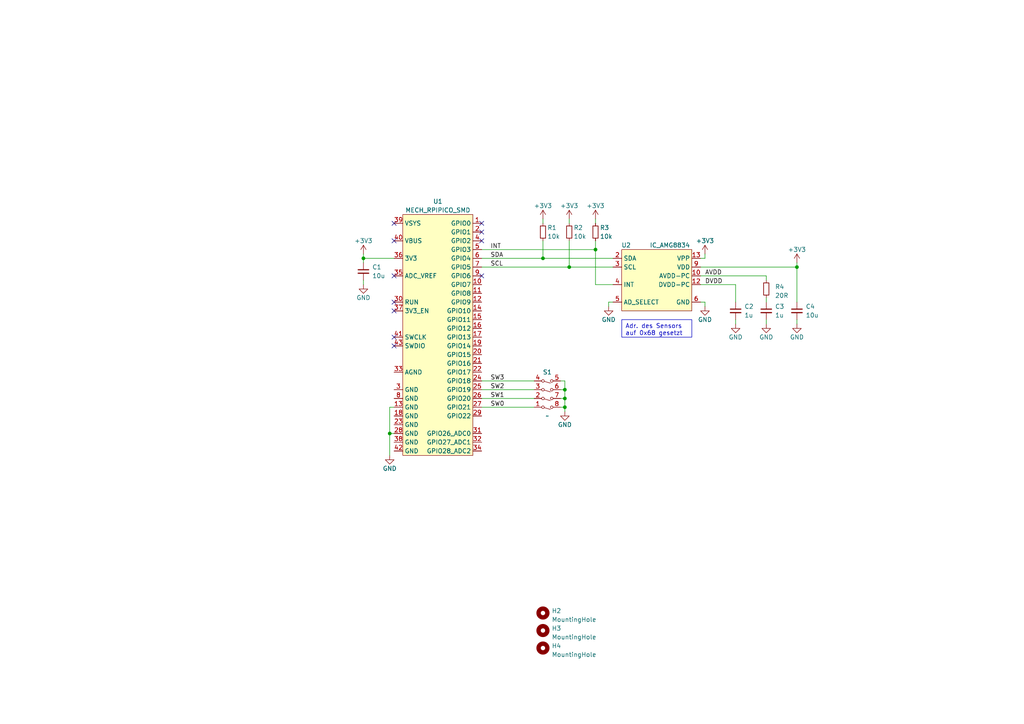
<source format=kicad_sch>
(kicad_sch (version 20220126) (generator eeschema)
  (paper "A4")
  (lib_symbols
    (symbol "00_pwt-temp_lib:IC_AMG8834"
      (property "Reference" "U" (at -8.89 10.16 0))
      (property "Value" "IC_AMG8834" (at 3.81 10.16 0))
      (symbol "IC_AMG8834_0_1"
        (rectangle (start -10.16 8.89) (end 10.16 -8.89) (fill (type background)))
      )
      (symbol "IC_AMG8834_1_1"
        (pin no_connect line (at -3.81 -11.43 90) (length 2.54) hide (name "NC") (number "1"))
        (pin power_in line (at 12.7 1.27 180) (length 2.54) (name "AVDD-PC") (number "10"))
        (pin no_connect line (at 3.81 -11.43 90) (length 2.54) hide (name "NC") (number "11"))
        (pin power_in line (at 12.7 -1.27 180) (length 2.54) (name "DVDD-PC") (number "12"))
        (pin power_in line (at 12.7 6.35 180) (length 2.54) (name "VPP") (number "13"))
        (pin bidirectional line (at -12.7 6.35 0) (length 2.54) (name "SDA") (number "2"))
        (pin bidirectional line (at -12.7 3.81 0) (length 2.54) (name "SCL") (number "3"))
        (pin open_collector line (at -12.7 -1.27 0) (length 2.54) (name "INT") (number "4"))
        (pin input line (at -12.7 -6.35 0) (length 2.54) (name "AD_SELECT") (number "5"))
        (pin power_in line (at 12.7 -6.35 180) (length 2.54) (name "GND") (number "6"))
        (pin no_connect line (at -1.27 -11.43 90) (length 2.54) hide (name "NC") (number "7"))
        (pin no_connect line (at 1.27 -11.43 90) (length 2.54) hide (name "NC") (number "8"))
        (pin power_in line (at 12.7 3.81 180) (length 2.54) (name "VDD") (number "9"))
      )
    )
    (symbol "Device:C_Small" (pin_numbers hide) (pin_names (offset 0.254) hide)
      (property "Reference" "C" (at 0.254 1.778 0))
      (property "Value" "C_Small" (at 0.254 -2.032 0))
      (symbol "C_Small_0_1"
        (polyline (pts (xy -1.524 -0.508) (xy 1.524 -0.508)) (stroke (width 0.3302)))
        (polyline (pts (xy -1.524 0.508) (xy 1.524 0.508)) (stroke (width 0.3048)))
      )
      (symbol "C_Small_1_1"
        (pin passive line (at 0 2.54 270) (length 2.032) (name "~") (number "1"))
        (pin passive line (at 0 -2.54 90) (length 2.032) (name "~") (number "2"))
      )
    )
    (symbol "Device:R_Small" (pin_numbers hide) (pin_names (offset 0.254) hide)
      (property "Reference" "R" (at 0.762 0.508 0))
      (property "Value" "R_Small" (at 0.762 -1.016 0))
      (symbol "R_Small_0_1"
        (rectangle (start -0.762 1.778) (end 0.762 -1.778) (stroke (width 0.2032)))
      )
      (symbol "R_Small_1_1"
        (pin passive line (at 0 2.54 270) (length 0.762) (name "~") (number "1"))
        (pin passive line (at 0 -2.54 90) (length 0.762) (name "~") (number "2"))
      )
    )
    (symbol "Mechanical:MountingHole" (pin_names (offset 1.016))
      (property "Reference" "H" (at 0 5.08 0))
      (property "Value" "MountingHole" (at 0 3.175 0))
      (symbol "MountingHole_0_1"
        (circle (center 0 0) (radius 1.27) (stroke (width 1.27)))
      )
    )
    (symbol "power:+3.3V" (power) (pin_names (offset 0))
      (property "Value" "+3.3V" (at 0 3.556 0))
      (symbol "+3.3V_0_1"
        (polyline (pts (xy -0.762 1.27) (xy 0 2.54)))
        (polyline (pts (xy 0 0) (xy 0 2.54)))
        (polyline (pts (xy 0 2.54) (xy 0.762 1.27)))
      )
      (symbol "+3.3V_1_1"
        (pin power_in line (at 0 0 90) (length 0) hide (name "+3V3") (number "1"))
      )
    )
    (symbol "power:GND" (power) (pin_names (offset 0))
      (property "Value" "GND" (at 0 -3.81 0))
      (symbol "GND_0_1"
        (polyline (pts (xy 0 0) (xy 0 -1.27) (xy 1.27 -1.27) (xy 0 -2.54) (xy -1.27 -1.27) (xy 0 -1.27)))
      )
      (symbol "GND_1_1"
        (pin power_in line (at 0 0 270) (length 0) hide (name "GND") (number "1"))
      )
    )
    (symbol "pwt-temp_lib:MECH_RPIPICO_SMD"
      (property "Reference" "U" (at 0 34.29 0))
      (property "Value" "MECH_RPIPICO_SMD" (at 0 31.75 0))
      (symbol "MECH_RPIPICO_SMD_0_1"
        (rectangle (start 10.16 30.48) (end -10.16 -39.37) (fill (type background)))
      )
      (symbol "MECH_RPIPICO_SMD_1_1"
        (pin bidirectional line (at 12.7 27.94 180) (length 2.54) (name "GPIO0") (number "1"))
        (pin bidirectional line (at 12.7 10.16 180) (length 2.54) (name "GPIO7") (number "10"))
        (pin bidirectional line (at 12.7 7.62 180) (length 2.54) (name "GPIO8") (number "11"))
        (pin bidirectional line (at 12.7 5.08 180) (length 2.54) (name "GPIO9") (number "12"))
        (pin power_in line (at -12.7 -25.4 0) (length 2.54) (name "GND") (number "13"))
        (pin bidirectional line (at 12.7 2.54 180) (length 2.54) (name "GPIO10") (number "14"))
        (pin bidirectional line (at 12.7 0 180) (length 2.54) (name "GPIO11") (number "15"))
        (pin bidirectional line (at 12.7 -2.54 180) (length 2.54) (name "GPIO12") (number "16"))
        (pin bidirectional line (at 12.7 -5.08 180) (length 2.54) (name "GPIO13") (number "17"))
        (pin power_in line (at -12.7 -27.94 0) (length 2.54) (name "GND") (number "18"))
        (pin bidirectional line (at 12.7 -7.62 180) (length 2.54) (name "GPIO14") (number "19"))
        (pin bidirectional line (at 12.7 25.4 180) (length 2.54) (name "GPIO1") (number "2"))
        (pin bidirectional line (at 12.7 -10.16 180) (length 2.54) (name "GPIO15") (number "20"))
        (pin bidirectional line (at 12.7 -12.7 180) (length 2.54) (name "GPIO16") (number "21"))
        (pin bidirectional line (at 12.7 -15.24 180) (length 2.54) (name "GPIO17") (number "22"))
        (pin power_in line (at -12.7 -30.48 0) (length 2.54) (name "GND") (number "23"))
        (pin bidirectional line (at 12.7 -17.78 180) (length 2.54) (name "GPIO18") (number "24"))
        (pin bidirectional line (at 12.7 -20.32 180) (length 2.54) (name "GPIO19") (number "25"))
        (pin bidirectional line (at 12.7 -22.86 180) (length 2.54) (name "GPIO20") (number "26"))
        (pin bidirectional line (at 12.7 -25.4 180) (length 2.54) (name "GPIO21") (number "27"))
        (pin power_in line (at -12.7 -33.02 0) (length 2.54) (name "GND") (number "28"))
        (pin bidirectional line (at 12.7 -27.94 180) (length 2.54) (name "GPIO22") (number "29"))
        (pin power_in line (at -12.7 -20.32 0) (length 2.54) (name "GND") (number "3"))
        (pin input line (at -12.7 5.08 0) (length 2.54) (name "RUN") (number "30"))
        (pin bidirectional line (at 12.7 -33.02 180) (length 2.54) (name "GPIO26_ADC0") (number "31"))
        (pin bidirectional line (at 12.7 -35.56 180) (length 2.54) (name "GPIO27_ADC1") (number "32"))
        (pin power_in line (at -12.7 -15.24 0) (length 2.54) (name "AGND") (number "33"))
        (pin bidirectional line (at 12.7 -38.1 180) (length 2.54) (name "GPIO28_ADC2") (number "34"))
        (pin unspecified line (at -12.7 12.7 0) (length 2.54) (name "ADC_VREF") (number "35"))
        (pin unspecified line (at -12.7 17.78 0) (length 2.54) (name "3V3") (number "36"))
        (pin input line (at -12.7 2.54 0) (length 2.54) (name "3V3_EN") (number "37"))
        (pin bidirectional line (at -12.7 -35.56 0) (length 2.54) (name "GND") (number "38"))
        (pin unspecified line (at -12.7 27.94 0) (length 2.54) (name "VSYS") (number "39"))
        (pin bidirectional line (at 12.7 22.86 180) (length 2.54) (name "GPIO2") (number "4"))
        (pin unspecified line (at -12.7 22.86 0) (length 2.54) (name "VBUS") (number "40"))
        (pin input line (at -12.7 -5.08 0) (length 2.54) (name "SWCLK") (number "41"))
        (pin power_in line (at -12.7 -38.1 0) (length 2.54) (name "GND") (number "42"))
        (pin bidirectional line (at -12.7 -7.62 0) (length 2.54) (name "SWDIO") (number "43"))
        (pin bidirectional line (at 12.7 20.32 180) (length 2.54) (name "GPIO3") (number "5"))
        (pin bidirectional line (at 12.7 17.78 180) (length 2.54) (name "GPIO4") (number "6"))
        (pin bidirectional line (at 12.7 15.24 180) (length 2.54) (name "GPIO5") (number "7"))
        (pin power_in line (at -12.7 -22.86 0) (length 2.54) (name "GND") (number "8"))
        (pin bidirectional line (at 12.7 12.7 180) (length 2.54) (name "GPIO6") (number "9"))
      )
    )
    (symbol "pwt-temp_lib:MECH_SW_DIP4_SMD"
      (property "Reference" "S" (at 0 6.35 0))
      (property "Value" "MECH_SW_DIP4_SMD" (at 0 3.81 0))
      (symbol "MECH_SW_DIP4_SMD_0_1"
        (circle (center -1.27 -7.62) (radius 0.381))
        (circle (center -1.27 -5.08) (radius 0.381))
        (circle (center -1.27 -2.54) (radius 0.381))
        (circle (center -1.27 0) (radius 0.381))
        (polyline (pts (xy -0.889 -7.493) (xy 0.889 -6.985)))
        (polyline (pts (xy -0.889 -4.953) (xy 0.889 -4.445)))
        (polyline (pts (xy -0.889 -2.413) (xy 0.889 -1.905)))
        (polyline (pts (xy -0.889 0.127) (xy 0.889 0.635)))
        (circle (center 1.27 -7.62) (radius 0.381))
        (circle (center 1.27 -5.08) (radius 0.381))
        (circle (center 1.27 -2.54) (radius 0.381))
        (circle (center 1.27 0) (radius 0.381))
        (pin passive line (at -3.81 0 0) (length 2.1) (name "") (number "1"))
        (pin passive line (at -3.81 -2.54 0) (length 2.1) (name "") (number "2"))
        (pin passive line (at -3.81 -5.08 0) (length 2.1) (name "") (number "3"))
        (pin passive line (at -3.81 -7.62 0) (length 2.1) (name "") (number "4"))
        (pin passive line (at 3.81 -7.62 180) (length 2.1) (name "") (number "5"))
        (pin passive line (at 3.81 -5.08 180) (length 2.1) (name "") (number "6"))
        (pin passive line (at 3.81 -2.54 180) (length 2.1) (name "") (number "7"))
        (pin passive line (at 3.81 0 180) (length 2.1) (name "") (number "8"))
      )
    )
  )
  (junction (at 163.83 113.03))
  (junction (at 105.41 74.93))
  (junction (at 172.72 72.39))
  (junction (at 157.48 74.93))
  (junction (at 163.83 115.57))
  (junction (at 231.14 77.47))
  (junction (at 165.1 77.47))
  (junction (at 113.03 125.73))
  (junction (at 163.83 118.11))
  (no_connect (at 114.3 97.79))
  (no_connect (at 139.7 64.77))
  (no_connect (at 139.7 67.31))
  (no_connect (at 139.7 69.85))
  (no_connect (at 114.3 87.63))
  (no_connect (at 114.3 69.85))
  (no_connect (at 114.3 64.77))
  (no_connect (at 114.3 100.33))
  (no_connect (at 114.3 90.17))
  (no_connect (at 139.7 80.01))
  (no_connect (at 114.3 80.01))
  (wire (pts (xy 231.14 92.71) (xy 231.14 93.98)))
  (wire (pts (xy 114.3 74.93) (xy 105.41 74.93)))
  (wire (pts (xy 139.7 110.49) (xy 154.94 110.49)))
  (wire (pts (xy 204.47 74.93) (xy 204.47 73.66)))
  (wire (pts (xy 139.7 115.57) (xy 154.94 115.57)))
  (wire (pts (xy 177.8 82.55) (xy 172.72 82.55)))
  (wire (pts (xy 203.2 74.93) (xy 204.47 74.93)))
  (wire (pts (xy 163.83 110.49) (xy 162.56 110.49)))
  (wire (pts (xy 213.36 93.98) (xy 213.36 92.71)))
  (wire (pts (xy 113.03 125.73) (xy 113.03 132.08)))
  (wire (pts (xy 157.48 74.93) (xy 177.8 74.93)))
  (wire (pts (xy 163.83 113.03) (xy 163.83 110.49)))
  (wire (pts (xy 231.14 77.47) (xy 231.14 87.63)))
  (wire (pts (xy 113.03 118.11) (xy 114.3 118.11)))
  (wire (pts (xy 203.2 80.01) (xy 222.25 80.01)))
  (wire (pts (xy 139.7 72.39) (xy 172.72 72.39)))
  (wire (pts (xy 113.03 125.73) (xy 114.3 125.73)))
  (wire (pts (xy 172.72 72.39) (xy 172.72 82.55)))
  (wire (pts (xy 222.25 80.01) (xy 222.25 81.28)))
  (wire (pts (xy 203.2 77.47) (xy 231.14 77.47)))
  (wire (pts (xy 162.56 115.57) (xy 163.83 115.57)))
  (wire (pts (xy 231.14 76.2) (xy 231.14 77.47)))
  (wire (pts (xy 163.83 115.57) (xy 163.83 113.03)))
  (wire (pts (xy 165.1 69.85) (xy 165.1 77.47)))
  (wire (pts (xy 213.36 82.55) (xy 213.36 87.63)))
  (wire (pts (xy 204.47 87.63) (xy 204.47 88.9)))
  (wire (pts (xy 157.48 63.5) (xy 157.48 64.77)))
  (wire (pts (xy 203.2 87.63) (xy 204.47 87.63)))
  (wire (pts (xy 203.2 82.55) (xy 213.36 82.55)))
  (wire (pts (xy 222.25 86.36) (xy 222.25 87.63)))
  (wire (pts (xy 165.1 63.5) (xy 165.1 64.77)))
  (wire (pts (xy 113.03 118.11) (xy 113.03 125.73)))
  (wire (pts (xy 165.1 77.47) (xy 177.8 77.47)))
  (wire (pts (xy 163.83 119.38) (xy 163.83 118.11)))
  (wire (pts (xy 177.8 87.63) (xy 176.53 87.63)))
  (wire (pts (xy 139.7 77.47) (xy 165.1 77.47)))
  (wire (pts (xy 222.25 93.98) (xy 222.25 92.71)))
  (wire (pts (xy 105.41 74.93) (xy 105.41 76.2)))
  (wire (pts (xy 157.48 69.85) (xy 157.48 74.93)))
  (wire (pts (xy 163.83 118.11) (xy 163.83 115.57)))
  (wire (pts (xy 172.72 69.85) (xy 172.72 72.39)))
  (wire (pts (xy 105.41 81.28) (xy 105.41 82.55)))
  (wire (pts (xy 139.7 113.03) (xy 154.94 113.03)))
  (wire (pts (xy 172.72 63.5) (xy 172.72 64.77)))
  (wire (pts (xy 139.7 74.93) (xy 157.48 74.93)))
  (wire (pts (xy 162.56 113.03) (xy 163.83 113.03)))
  (wire (pts (xy 139.7 118.11) (xy 154.94 118.11)))
  (wire (pts (xy 176.53 87.63) (xy 176.53 88.9)))
  (wire (pts (xy 105.41 74.93) (xy 105.41 73.66)))
  (wire (pts (xy 162.56 118.11) (xy 163.83 118.11)))
  (text_box "Adr. des Sensors auf 0x68 gesetzt" (start 180.34 92.71) (end 200.66 97.79) (stroke (width 0.1524)) (effects (font (size 1.27 1.27)) (justify left top)))
  (label "SW3" (at 142.24 110.49 0))
  (label "DVDD" (at 204.47 82.55 0))
  (label "SW1" (at 142.24 115.57 0))
  (label "SW0" (at 142.24 118.11 0))
  (label "INT" (at 142.24 72.39 0))
  (label "SCL" (at 142.24 77.47 0))
  (label "SDA" (at 142.24 74.93 0))
  (label "SW2" (at 142.24 113.03 0))
  (label "AVDD" (at 204.47 80.01 0))
  (symbol (lib_id "Device:R_Small") (at 172.72 67.31 0) (unit 1)
    (property "Reference" "R3" (at 173.99 66.04 0) (effects (justify left)))
    (property "Value" "10k" (at 173.99 68.58 0) (effects (justify left)))
    (property "Footprint" "pwt-temp_lib:R_0603" (effects hide))
  )
  (symbol (lib_id "power:GND") (at 105.41 82.55 0) (unit 1)
    (property "Reference" "#PWR0114" (effects hide))
    (property "Value" "GND" (at 105.41 86.36 0))
  )
  (symbol (lib_id "Mechanical:MountingHole") (at 157.48 182.88 0) (unit 1)
    (property "Reference" "H3" (at 160.02 182.245 0) (effects (justify left)))
    (property "Value" "MountingHole" (at 160.02 184.785 0) (effects (justify left)))
    (property "Footprint" "MountingHole:MountingHole_3.2mm_M3_Pad_Via" (effects hide))
  )
  (symbol (lib_id "power:+3.3V") (at 165.1 63.5 0) (unit 1)
    (property "Reference" "#PWR0109" (effects hide))
    (property "Value" "+3.3V" (at 165.1 59.69 0))
  )
  (symbol (lib_id "Mechanical:MountingHole") (at 157.48 177.8 0) (unit 1)
    (property "Reference" "H2" (at 160.02 177.165 0) (effects (justify left)))
    (property "Value" "MountingHole" (at 160.02 179.705 0) (effects (justify left)))
    (property "Footprint" "MountingHole:MountingHole_3.2mm_M3_Pad_Via" (effects hide))
  )
  (symbol (lib_id "Device:C_Small") (at 222.25 90.17 0) (unit 1)
    (property "Reference" "C3" (at 224.79 88.9 0) (effects (justify left)))
    (property "Value" "1u" (at 224.79 91.44 0) (effects (justify left)))
    (property "Footprint" "pwt-temp_lib:C_0603" (effects hide))
  )
  (symbol (lib_id "Device:C_Small") (at 105.41 78.74 0) (unit 1)
    (property "Reference" "C1" (at 107.95 77.47 0) (effects (justify left)))
    (property "Value" "10u" (at 107.95 80.01 0) (effects (justify left)))
    (property "Footprint" "pwt-temp_lib:C_0603" (effects hide))
  )
  (symbol (lib_id "pwt-temp_lib:MECH_SW_DIP4_SMD") (at 158.75 118.11 0) (mirror x) (unit 1)
    (property "Reference" "S1" (at 158.75 107.95 0))
    (property "Value" "~" (at 158.75 120.65 0))
    (property "Footprint" "pwt-temp_lib:MECH_SW_DIP4_SMD" (effects hide))
    (property "Datasheet" "https://www.te.com/commerce/DocumentDelivery/DDEController?Action=srchrtrv&DocNm=1825140&DocType=Customer+Drawing&DocLang=English" (effects hide))
    (property "PN" "GDH04STR04" (effects hide))
  )
  (symbol (lib_id "power:GND") (at 163.83 119.38 0) (mirror y) (unit 1)
    (property "Reference" "#PWR0108" (effects hide))
    (property "Value" "GND" (at 163.83 123.19 0))
  )
  (symbol (lib_id "power:GND") (at 222.25 93.98 0) (unit 1)
    (property "Reference" "#PWR0102" (effects hide))
    (property "Value" "GND" (at 222.25 97.79 0))
  )
  (symbol (lib_id "Device:R_Small") (at 165.1 67.31 0) (unit 1)
    (property "Reference" "R2" (at 166.37 66.04 0) (effects (justify left)))
    (property "Value" "10k" (at 166.37 68.58 0) (effects (justify left)))
    (property "Footprint" "pwt-temp_lib:R_0603" (effects hide))
  )
  (symbol (lib_id "Device:C_Small") (at 231.14 90.17 0) (unit 1)
    (property "Reference" "C4" (at 233.68 88.9 0) (effects (justify left)))
    (property "Value" "10u" (at 233.68 91.44 0) (effects (justify left)))
    (property "Footprint" "pwt-temp_lib:C_0603" (effects hide))
  )
  (symbol (lib_id "power:GND") (at 176.53 88.9 0) (mirror y) (unit 1)
    (property "Reference" "#PWR0106" (effects hide))
    (property "Value" "GND" (at 176.53 92.71 0))
  )
  (symbol (lib_id "00_pwt-temp_lib:IC_AMG8834") (at 190.5 81.28 0) (unit 1)
    (property "Reference" "U2" (at 181.61 71.12 0))
    (property "Value" "IC_AMG8834" (at 194.31 71.12 0))
    (property "Footprint" "pwt-temp_lib:IC_AMG8834" (effects hide))
    (property "Datasheet" "https://industrial.panasonic.com/cdbs/www-data/pdf/ADI8000/ADI8000C66.pdf" (effects hide))
    (property "PN" "AMG8834" (effects hide))
  )
  (symbol (lib_id "power:+3.3V") (at 157.48 63.5 0) (unit 1)
    (property "Reference" "#PWR0111" (effects hide))
    (property "Value" "+3.3V" (at 157.48 59.69 0))
  )
  (symbol (lib_id "Device:C_Small") (at 213.36 90.17 0) (unit 1)
    (property "Reference" "C2" (at 215.9 88.9 0) (effects (justify left)))
    (property "Value" "1u" (at 215.9 91.44 0) (effects (justify left)))
    (property "Footprint" "pwt-temp_lib:C_0603" (effects hide))
  )
  (symbol (lib_id "power:+3.3V") (at 105.41 73.66 0) (unit 1)
    (property "Reference" "#PWR0113" (effects hide))
    (property "Value" "+3.3V" (at 105.41 69.85 0))
  )
  (symbol (lib_id "power:GND") (at 204.47 88.9 0) (unit 1)
    (property "Reference" "#PWR0104" (effects hide))
    (property "Value" "GND" (at 204.47 92.71 0))
  )
  (symbol (lib_id "Mechanical:MountingHole") (at 157.48 187.96 0) (unit 1)
    (property "Reference" "H4" (at 160.02 187.325 0) (effects (justify left)))
    (property "Value" "MountingHole" (at 160.02 189.865 0) (effects (justify left)))
    (property "Footprint" "MountingHole:MountingHole_3.2mm_M3_Pad_Via" (effects hide))
  )
  (symbol (lib_id "power:+3.3V") (at 204.47 73.66 0) (unit 1)
    (property "Reference" "#PWR0105" (effects hide))
    (property "Value" "+3.3V" (at 204.47 69.85 0))
  )
  (symbol (lib_id "Device:R_Small") (at 157.48 67.31 0) (unit 1)
    (property "Reference" "R1" (at 158.75 66.04 0) (effects (justify left)))
    (property "Value" "10k" (at 158.75 68.58 0) (effects (justify left)))
    (property "Footprint" "pwt-temp_lib:R_0603" (effects hide))
  )
  (symbol (lib_id "Device:R_Small") (at 222.25 83.82 180) (unit 1)
    (property "Reference" "R4" (at 224.79 83.185 0) (effects (justify right)))
    (property "Value" "20R" (at 224.79 85.725 0) (effects (justify right)))
    (property "Footprint" "pwt-temp_lib:R_0603" (effects hide))
  )
  (symbol (lib_id "power:GND") (at 113.03 132.08 0) (mirror y) (unit 1)
    (property "Reference" "#PWR0112" (effects hide))
    (property "Value" "~" (at 113.03 135.89 0))
  )
  (symbol (lib_id "power:GND") (at 213.36 93.98 0) (unit 1)
    (property "Reference" "#PWR0101" (effects hide))
    (property "Value" "GND" (at 213.36 97.79 0))
  )
  (symbol (lib_id "power:+3.3V") (at 231.14 76.2 0) (unit 1)
    (property "Reference" "#PWR0103" (effects hide))
    (property "Value" "+3.3V" (at 231.14 72.39 0))
  )
  (symbol (lib_id "power:GND") (at 231.14 93.98 0) (unit 1)
    (property "Reference" "#PWR0107" (effects hide))
    (property "Value" "GND" (at 231.14 97.79 0))
  )
  (symbol (lib_id "pwt-temp_lib:MECH_RPIPICO_SMD") (at 127 92.71 0) (unit 1)
    (property "Reference" "U1" (at 127 58.42 0))
    (property "Value" "MECH_RPIPICO_SMD" (at 127 60.96 0))
    (property "Footprint" "pwt-temp_lib:MECH_RPIPICO_SMD" (effects hide))
  )
  (symbol (lib_id "power:+3.3V") (at 172.72 63.5 0) (unit 1)
    (property "Reference" "#PWR0110" (effects hide))
    (property "Value" "+3.3V" (at 172.72 59.69 0))
  )
)
</source>
